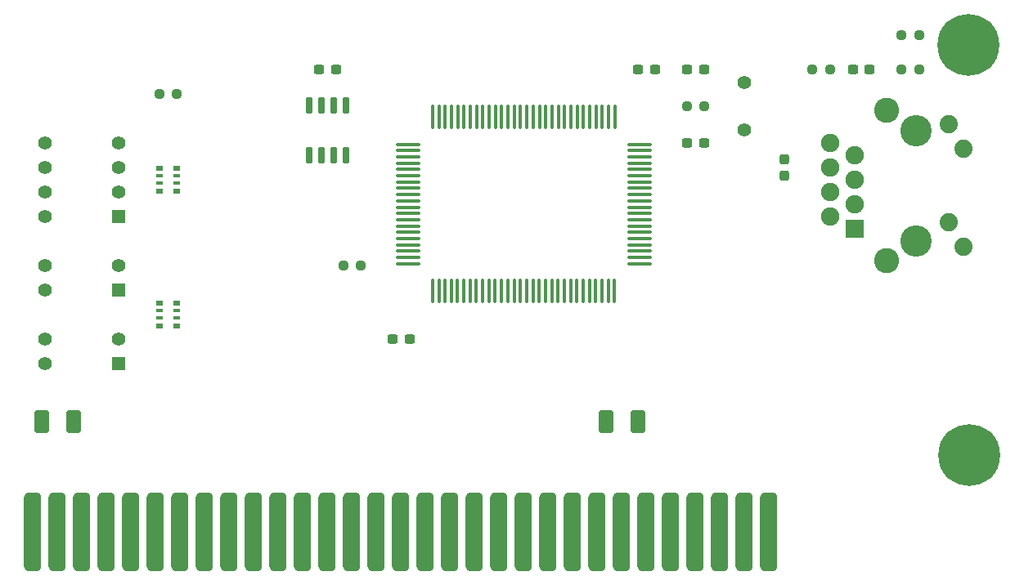
<source format=gts>
%TF.GenerationSoftware,KiCad,Pcbnew,9.0.2*%
%TF.CreationDate,2025-07-06T12:10:31+02:00*%
%TF.ProjectId,ISA8_Ethernet,49534138-5f45-4746-9865-726e65742e6b,1.1*%
%TF.SameCoordinates,Original*%
%TF.FileFunction,Soldermask,Top*%
%TF.FilePolarity,Negative*%
%FSLAX46Y46*%
G04 Gerber Fmt 4.6, Leading zero omitted, Abs format (unit mm)*
G04 Created by KiCad (PCBNEW 9.0.2) date 2025-07-06 12:10:31*
%MOMM*%
%LPD*%
G01*
G04 APERTURE LIST*
G04 Aperture macros list*
%AMRoundRect*
0 Rectangle with rounded corners*
0 $1 Rounding radius*
0 $2 $3 $4 $5 $6 $7 $8 $9 X,Y pos of 4 corners*
0 Add a 4 corners polygon primitive as box body*
4,1,4,$2,$3,$4,$5,$6,$7,$8,$9,$2,$3,0*
0 Add four circle primitives for the rounded corners*
1,1,$1+$1,$2,$3*
1,1,$1+$1,$4,$5*
1,1,$1+$1,$6,$7*
1,1,$1+$1,$8,$9*
0 Add four rect primitives between the rounded corners*
20,1,$1+$1,$2,$3,$4,$5,0*
20,1,$1+$1,$4,$5,$6,$7,0*
20,1,$1+$1,$6,$7,$8,$9,0*
20,1,$1+$1,$8,$9,$2,$3,0*%
G04 Aperture macros list end*
%ADD10C,0.800000*%
%ADD11C,6.400000*%
%ADD12C,1.397000*%
%ADD13RoundRect,0.150000X0.150000X-0.725000X0.150000X0.725000X-0.150000X0.725000X-0.150000X-0.725000X0*%
%ADD14RoundRect,0.237500X0.300000X0.237500X-0.300000X0.237500X-0.300000X-0.237500X0.300000X-0.237500X0*%
%ADD15RoundRect,0.237500X-0.300000X-0.237500X0.300000X-0.237500X0.300000X0.237500X-0.300000X0.237500X0*%
%ADD16RoundRect,0.237500X-0.250000X-0.237500X0.250000X-0.237500X0.250000X0.237500X-0.250000X0.237500X0*%
%ADD17RoundRect,0.237500X0.250000X0.237500X-0.250000X0.237500X-0.250000X-0.237500X0.250000X-0.237500X0*%
%ADD18R,0.800000X0.500000*%
%ADD19R,0.800000X0.400000*%
%ADD20R,1.397000X1.397000*%
%ADD21RoundRect,0.100000X0.100000X-1.150000X0.100000X1.150000X-0.100000X1.150000X-0.100000X-1.150000X0*%
%ADD22RoundRect,0.100000X1.150000X0.100000X-1.150000X0.100000X-1.150000X-0.100000X1.150000X-0.100000X0*%
%ADD23RoundRect,0.237500X0.237500X-0.300000X0.237500X0.300000X-0.237500X0.300000X-0.237500X-0.300000X0*%
%ADD24RoundRect,0.444500X-0.444500X-3.619500X0.444500X-3.619500X0.444500X3.619500X-0.444500X3.619500X0*%
%ADD25C,3.250000*%
%ADD26C,2.600000*%
%ADD27C,1.890000*%
%ADD28R,1.900000X1.900000*%
%ADD29C,1.900000*%
%ADD30RoundRect,0.250000X0.500000X0.925000X-0.500000X0.925000X-0.500000X-0.925000X0.500000X-0.925000X0*%
G04 APERTURE END LIST*
D10*
%TO.C,HOLE1*%
X198600000Y-80000000D03*
X199302944Y-78302944D03*
X199302944Y-81697056D03*
X201000000Y-77600000D03*
D11*
X201000000Y-80000000D03*
D10*
X201000000Y-82400000D03*
X202697056Y-78302944D03*
X202697056Y-81697056D03*
X203400000Y-80000000D03*
%TD*%
%TO.C,HOLE2*%
X198641000Y-122555000D03*
X199343944Y-120857944D03*
X199343944Y-124252056D03*
X201041000Y-120155000D03*
D11*
X201041000Y-122555000D03*
D10*
X201041000Y-124955000D03*
X202738056Y-120857944D03*
X202738056Y-124252056D03*
X203441000Y-122555000D03*
%TD*%
D12*
%TO.C,Y1*%
X177800000Y-88800940D03*
X177800000Y-83919060D03*
%TD*%
D13*
%TO.C,U3*%
X132715000Y-91475000D03*
X133985000Y-91475000D03*
X135255000Y-91475000D03*
X136525000Y-91475000D03*
X136525000Y-86325000D03*
X135255000Y-86325000D03*
X133985000Y-86325000D03*
X132715000Y-86325000D03*
%TD*%
D14*
%TO.C,C5*%
X168502500Y-82550000D03*
X166777500Y-82550000D03*
%TD*%
D15*
%TO.C,C8*%
X133757500Y-82550000D03*
X135482500Y-82550000D03*
%TD*%
D16*
%TO.C,R6*%
X136247500Y-102870000D03*
X138072500Y-102870000D03*
%TD*%
D17*
%TO.C,R7*%
X173632500Y-86360000D03*
X171807500Y-86360000D03*
%TD*%
D18*
%TO.C,RN2*%
X119010000Y-95180000D03*
D19*
X119010000Y-94380000D03*
X119010000Y-93580000D03*
D18*
X119010000Y-92780000D03*
X117210000Y-92780000D03*
D19*
X117210000Y-93580000D03*
X117210000Y-94380000D03*
D18*
X117210000Y-95180000D03*
%TD*%
D20*
%TO.C,SW2*%
X113030000Y-105410000D03*
D12*
X113030000Y-102870000D03*
X105410000Y-102870000D03*
X105410000Y-105410000D03*
%TD*%
D20*
%TO.C,SW3*%
X113030000Y-97790000D03*
D12*
X113030000Y-95250000D03*
X113030000Y-92710000D03*
X113030000Y-90170000D03*
X105410000Y-90170000D03*
X105410000Y-92710000D03*
X105410000Y-95250000D03*
X105410000Y-97790000D03*
%TD*%
D20*
%TO.C,SW1*%
X113030000Y-113030000D03*
D12*
X113030000Y-110490000D03*
X105410000Y-110490000D03*
X105410000Y-113030000D03*
%TD*%
D21*
%TO.C,U1*%
X145515000Y-105520000D03*
X146165000Y-105520000D03*
X146815000Y-105520000D03*
X147465000Y-105520000D03*
X148090000Y-105520000D03*
X148740000Y-105520000D03*
X149390000Y-105520000D03*
X150040000Y-105520000D03*
X150690000Y-105520000D03*
X151340000Y-105520000D03*
X151990000Y-105520000D03*
X152640000Y-105520000D03*
X153290000Y-105520000D03*
X153940000Y-105520000D03*
X154590000Y-105520000D03*
X155240000Y-105520000D03*
X155890000Y-105520000D03*
X156540000Y-105520000D03*
X157190000Y-105520000D03*
X157840000Y-105520000D03*
X158490000Y-105520000D03*
X159140000Y-105520000D03*
X159790000Y-105520000D03*
X160440000Y-105520000D03*
X161090000Y-105520000D03*
X161740000Y-105520000D03*
X162390000Y-105520000D03*
X163040000Y-105520000D03*
X163690000Y-105520000D03*
X164340000Y-105520000D03*
D22*
X166940000Y-102695000D03*
X166940000Y-102045000D03*
X166940000Y-101395000D03*
X166940000Y-100745000D03*
X166940000Y-100095000D03*
X166940000Y-99445000D03*
X166940000Y-98795000D03*
X166940000Y-98145000D03*
X166940000Y-97495000D03*
X166940000Y-96845000D03*
X166940000Y-96195000D03*
X166940000Y-95545000D03*
X166940000Y-94895000D03*
X166940000Y-94245000D03*
X166940000Y-93595000D03*
X166940000Y-92945000D03*
X166940000Y-92295000D03*
X166940000Y-91645000D03*
X166940000Y-90995000D03*
X166940000Y-90345000D03*
D21*
X164365000Y-87520000D03*
X163715000Y-87520000D03*
X163065000Y-87520000D03*
X162415000Y-87520000D03*
X161765000Y-87520000D03*
X161115000Y-87520000D03*
X160465000Y-87520000D03*
X159815000Y-87520000D03*
X159165000Y-87520000D03*
X158515000Y-87520000D03*
X157865000Y-87520000D03*
X157215000Y-87520000D03*
X156565000Y-87520000D03*
X155915000Y-87520000D03*
X155265000Y-87520000D03*
X154615000Y-87520000D03*
X153965000Y-87520000D03*
X153315000Y-87520000D03*
X152665000Y-87520000D03*
X152015000Y-87520000D03*
X151365000Y-87520000D03*
X150715000Y-87520000D03*
X150065000Y-87520000D03*
X149415000Y-87520000D03*
X148765000Y-87520000D03*
X148115000Y-87520000D03*
X147465000Y-87520000D03*
X146815000Y-87520000D03*
X146165000Y-87520000D03*
X145515000Y-87520000D03*
D22*
X142940000Y-90345000D03*
X142940000Y-90995000D03*
X142940000Y-91645000D03*
X142940000Y-92295000D03*
X142940000Y-92945000D03*
X142940000Y-93595000D03*
X142940000Y-94245000D03*
X142940000Y-94895000D03*
X142940000Y-95545000D03*
X142940000Y-96195000D03*
X142940000Y-96845000D03*
X142940000Y-97495000D03*
X142940000Y-98145000D03*
X142940000Y-98795000D03*
X142940000Y-99445000D03*
X142940000Y-100095000D03*
X142940000Y-100745000D03*
X142940000Y-101395000D03*
X142940000Y-102045000D03*
X142940000Y-102695000D03*
%TD*%
D17*
%TO.C,R1*%
X186650000Y-82550000D03*
X184825000Y-82550000D03*
%TD*%
D23*
%TO.C,C3*%
X181927500Y-93572500D03*
X181927500Y-91847500D03*
%TD*%
D17*
%TO.C,R3*%
X195857500Y-78994000D03*
X194032500Y-78994000D03*
%TD*%
D14*
%TO.C,C1*%
X173582500Y-90170000D03*
X171857500Y-90170000D03*
%TD*%
%TO.C,C2*%
X173582500Y-82550000D03*
X171857500Y-82550000D03*
%TD*%
D24*
%TO.C,BUS1*%
X180340000Y-130492500D03*
X177800000Y-130492500D03*
X175260000Y-130492500D03*
X172720000Y-130492500D03*
X170180000Y-130492500D03*
X167640000Y-130492500D03*
X165100000Y-130492500D03*
X162560000Y-130492500D03*
X160020000Y-130492500D03*
X157480000Y-130492500D03*
X154940000Y-130492500D03*
X152400000Y-130492500D03*
X149860000Y-130492500D03*
X147320000Y-130492500D03*
X144780000Y-130492500D03*
X142240000Y-130492500D03*
X139700000Y-130492500D03*
X137160000Y-130492500D03*
X134620000Y-130492500D03*
X132080000Y-130492500D03*
X129540000Y-130492500D03*
X127000000Y-130492500D03*
X124460000Y-130492500D03*
X121920000Y-130492500D03*
X119380000Y-130492500D03*
X116840000Y-130492500D03*
X114300000Y-130492500D03*
X111760000Y-130492500D03*
X109220000Y-130492500D03*
X106680000Y-130492500D03*
X104140000Y-130492500D03*
%TD*%
D14*
%TO.C,C6*%
X143102500Y-110490000D03*
X141377500Y-110490000D03*
%TD*%
D17*
%TO.C,R2*%
X195857500Y-82550000D03*
X194032500Y-82550000D03*
%TD*%
D15*
%TO.C,C4*%
X189002500Y-82550000D03*
X190727500Y-82550000D03*
%TD*%
D25*
%TO.C,J1*%
X195570000Y-100330000D03*
X195570000Y-88900000D03*
D26*
X192520000Y-102390000D03*
X192520000Y-86840000D03*
D27*
X198950000Y-88290000D03*
X200470000Y-90830000D03*
X198950000Y-98400000D03*
X200470000Y-100940000D03*
D28*
X189230000Y-99060000D03*
D29*
X186690000Y-97790000D03*
X189230000Y-96520000D03*
X186690000Y-95250000D03*
X189230000Y-93980000D03*
X186690000Y-92710000D03*
X189230000Y-91440000D03*
X186690000Y-90170000D03*
%TD*%
D18*
%TO.C,RN1*%
X119010000Y-109150000D03*
D19*
X119010000Y-108350000D03*
X119010000Y-107550000D03*
D18*
X119010000Y-106750000D03*
X117210000Y-106750000D03*
D19*
X117210000Y-107550000D03*
X117210000Y-108350000D03*
D18*
X117210000Y-109150000D03*
%TD*%
D30*
%TO.C,C9*%
X166725000Y-119062500D03*
X163475000Y-119062500D03*
%TD*%
%TO.C,C10*%
X108305000Y-119062500D03*
X105055000Y-119062500D03*
%TD*%
D16*
%TO.C,R4*%
X117197500Y-85090000D03*
X119022500Y-85090000D03*
%TD*%
M02*

</source>
